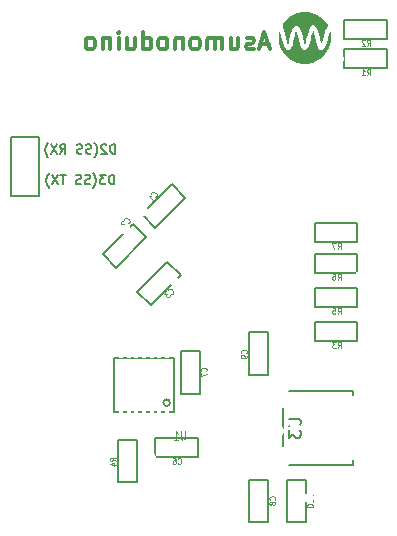
<source format=gbo>
G04 (created by PCBNEW (2013-07-07 BZR 4022)-stable) date 2015/10/29 19:57:24*
%MOIN*%
G04 Gerber Fmt 3.4, Leading zero omitted, Abs format*
%FSLAX34Y34*%
G01*
G70*
G90*
G04 APERTURE LIST*
%ADD10C,0.00590551*%
%ADD11C,0.00787402*%
%ADD12C,0.011811*%
%ADD13C,0.005*%
%ADD14C,0.0001*%
%ADD15C,0.0045*%
%ADD16C,0.0047*%
%ADD17R,0.11811X0.0629921*%
%ADD18R,0.165X0.19*%
%ADD19R,0.06X0.06*%
%ADD20C,0.06*%
%ADD21R,0.0393701X0.045*%
%ADD22R,0.045X0.0393701*%
%ADD23C,0.177165*%
%ADD24R,0.0165X0.0629921*%
%ADD25C,0.035*%
G04 APERTURE END LIST*
G54D10*
G54D11*
X17559Y-18503D02*
X17559Y-16535D01*
X18503Y-18503D02*
X17559Y-18503D01*
X18503Y-16535D02*
X18503Y-18503D01*
X17559Y-16535D02*
X18503Y-16535D01*
X21014Y-18119D02*
X21014Y-17804D01*
X20939Y-17804D01*
X20894Y-17819D01*
X20864Y-17849D01*
X20849Y-17879D01*
X20834Y-17939D01*
X20834Y-17984D01*
X20849Y-18044D01*
X20864Y-18074D01*
X20894Y-18104D01*
X20939Y-18119D01*
X21014Y-18119D01*
X20729Y-17804D02*
X20534Y-17804D01*
X20639Y-17924D01*
X20594Y-17924D01*
X20564Y-17939D01*
X20549Y-17954D01*
X20534Y-17984D01*
X20534Y-18059D01*
X20549Y-18089D01*
X20564Y-18104D01*
X20594Y-18119D01*
X20684Y-18119D01*
X20714Y-18104D01*
X20729Y-18089D01*
X20309Y-18239D02*
X20324Y-18224D01*
X20354Y-18179D01*
X20369Y-18149D01*
X20384Y-18104D01*
X20399Y-18029D01*
X20399Y-17969D01*
X20384Y-17894D01*
X20369Y-17849D01*
X20354Y-17819D01*
X20324Y-17774D01*
X20309Y-17759D01*
X20204Y-18104D02*
X20159Y-18119D01*
X20084Y-18119D01*
X20054Y-18104D01*
X20039Y-18089D01*
X20024Y-18059D01*
X20024Y-18029D01*
X20039Y-17999D01*
X20054Y-17984D01*
X20084Y-17969D01*
X20144Y-17954D01*
X20174Y-17939D01*
X20189Y-17924D01*
X20204Y-17894D01*
X20204Y-17864D01*
X20189Y-17834D01*
X20174Y-17819D01*
X20144Y-17804D01*
X20069Y-17804D01*
X20024Y-17819D01*
X19904Y-18104D02*
X19859Y-18119D01*
X19784Y-18119D01*
X19754Y-18104D01*
X19739Y-18089D01*
X19724Y-18059D01*
X19724Y-18029D01*
X19739Y-17999D01*
X19754Y-17984D01*
X19784Y-17969D01*
X19844Y-17954D01*
X19874Y-17939D01*
X19889Y-17924D01*
X19904Y-17894D01*
X19904Y-17864D01*
X19889Y-17834D01*
X19874Y-17819D01*
X19844Y-17804D01*
X19769Y-17804D01*
X19724Y-17819D01*
X19394Y-17804D02*
X19214Y-17804D01*
X19304Y-18119D02*
X19304Y-17804D01*
X19139Y-17804D02*
X18929Y-18119D01*
X18929Y-17804D02*
X19139Y-18119D01*
X18839Y-18239D02*
X18824Y-18224D01*
X18794Y-18179D01*
X18779Y-18149D01*
X18764Y-18104D01*
X18749Y-18029D01*
X18749Y-17969D01*
X18764Y-17894D01*
X18779Y-17849D01*
X18794Y-17819D01*
X18824Y-17774D01*
X18839Y-17759D01*
X21051Y-17095D02*
X21051Y-16781D01*
X20976Y-16781D01*
X20931Y-16796D01*
X20901Y-16826D01*
X20886Y-16856D01*
X20871Y-16916D01*
X20871Y-16961D01*
X20886Y-17020D01*
X20901Y-17050D01*
X20931Y-17080D01*
X20976Y-17095D01*
X21051Y-17095D01*
X20751Y-16811D02*
X20736Y-16796D01*
X20706Y-16781D01*
X20631Y-16781D01*
X20601Y-16796D01*
X20586Y-16811D01*
X20571Y-16841D01*
X20571Y-16871D01*
X20586Y-16916D01*
X20766Y-17095D01*
X20571Y-17095D01*
X20346Y-17215D02*
X20361Y-17200D01*
X20391Y-17155D01*
X20406Y-17125D01*
X20421Y-17080D01*
X20436Y-17005D01*
X20436Y-16946D01*
X20421Y-16871D01*
X20406Y-16826D01*
X20391Y-16796D01*
X20361Y-16751D01*
X20346Y-16736D01*
X20241Y-17080D02*
X20196Y-17095D01*
X20121Y-17095D01*
X20091Y-17080D01*
X20076Y-17065D01*
X20061Y-17035D01*
X20061Y-17005D01*
X20076Y-16976D01*
X20091Y-16961D01*
X20121Y-16946D01*
X20181Y-16931D01*
X20211Y-16916D01*
X20226Y-16901D01*
X20241Y-16871D01*
X20241Y-16841D01*
X20226Y-16811D01*
X20211Y-16796D01*
X20181Y-16781D01*
X20106Y-16781D01*
X20061Y-16796D01*
X19941Y-17080D02*
X19896Y-17095D01*
X19821Y-17095D01*
X19791Y-17080D01*
X19776Y-17065D01*
X19761Y-17035D01*
X19761Y-17005D01*
X19776Y-16976D01*
X19791Y-16961D01*
X19821Y-16946D01*
X19881Y-16931D01*
X19911Y-16916D01*
X19926Y-16901D01*
X19941Y-16871D01*
X19941Y-16841D01*
X19926Y-16811D01*
X19911Y-16796D01*
X19881Y-16781D01*
X19806Y-16781D01*
X19761Y-16796D01*
X19206Y-17095D02*
X19311Y-16946D01*
X19386Y-17095D02*
X19386Y-16781D01*
X19266Y-16781D01*
X19236Y-16796D01*
X19221Y-16811D01*
X19206Y-16841D01*
X19206Y-16886D01*
X19221Y-16916D01*
X19236Y-16931D01*
X19266Y-16946D01*
X19386Y-16946D01*
X19101Y-16781D02*
X18892Y-17095D01*
X18892Y-16781D02*
X19101Y-17095D01*
X18802Y-17215D02*
X18787Y-17200D01*
X18757Y-17155D01*
X18742Y-17125D01*
X18727Y-17080D01*
X18712Y-17005D01*
X18712Y-16946D01*
X18727Y-16871D01*
X18742Y-16826D01*
X18757Y-16796D01*
X18787Y-16751D01*
X18802Y-16736D01*
G54D12*
X26161Y-13456D02*
X25880Y-13456D01*
X26217Y-13624D02*
X26020Y-13034D01*
X25823Y-13624D01*
X25655Y-13596D02*
X25598Y-13624D01*
X25486Y-13624D01*
X25430Y-13596D01*
X25402Y-13540D01*
X25402Y-13512D01*
X25430Y-13456D01*
X25486Y-13428D01*
X25570Y-13428D01*
X25627Y-13399D01*
X25655Y-13343D01*
X25655Y-13315D01*
X25627Y-13259D01*
X25570Y-13231D01*
X25486Y-13231D01*
X25430Y-13259D01*
X24895Y-13231D02*
X24895Y-13624D01*
X25149Y-13231D02*
X25149Y-13540D01*
X25120Y-13596D01*
X25064Y-13624D01*
X24980Y-13624D01*
X24924Y-13596D01*
X24895Y-13568D01*
X24614Y-13624D02*
X24614Y-13231D01*
X24614Y-13287D02*
X24586Y-13259D01*
X24530Y-13231D01*
X24446Y-13231D01*
X24389Y-13259D01*
X24361Y-13315D01*
X24361Y-13624D01*
X24361Y-13315D02*
X24333Y-13259D01*
X24277Y-13231D01*
X24192Y-13231D01*
X24136Y-13259D01*
X24108Y-13315D01*
X24108Y-13624D01*
X23742Y-13624D02*
X23799Y-13596D01*
X23827Y-13568D01*
X23855Y-13512D01*
X23855Y-13343D01*
X23827Y-13287D01*
X23799Y-13259D01*
X23742Y-13231D01*
X23658Y-13231D01*
X23602Y-13259D01*
X23574Y-13287D01*
X23546Y-13343D01*
X23546Y-13512D01*
X23574Y-13568D01*
X23602Y-13596D01*
X23658Y-13624D01*
X23742Y-13624D01*
X23293Y-13231D02*
X23293Y-13624D01*
X23293Y-13287D02*
X23264Y-13259D01*
X23208Y-13231D01*
X23124Y-13231D01*
X23068Y-13259D01*
X23039Y-13315D01*
X23039Y-13624D01*
X22674Y-13624D02*
X22730Y-13596D01*
X22758Y-13568D01*
X22786Y-13512D01*
X22786Y-13343D01*
X22758Y-13287D01*
X22730Y-13259D01*
X22674Y-13231D01*
X22589Y-13231D01*
X22533Y-13259D01*
X22505Y-13287D01*
X22477Y-13343D01*
X22477Y-13512D01*
X22505Y-13568D01*
X22533Y-13596D01*
X22589Y-13624D01*
X22674Y-13624D01*
X21971Y-13624D02*
X21971Y-13034D01*
X21971Y-13596D02*
X22027Y-13624D01*
X22140Y-13624D01*
X22196Y-13596D01*
X22224Y-13568D01*
X22252Y-13512D01*
X22252Y-13343D01*
X22224Y-13287D01*
X22196Y-13259D01*
X22140Y-13231D01*
X22027Y-13231D01*
X21971Y-13259D01*
X21437Y-13231D02*
X21437Y-13624D01*
X21690Y-13231D02*
X21690Y-13540D01*
X21661Y-13596D01*
X21605Y-13624D01*
X21521Y-13624D01*
X21465Y-13596D01*
X21437Y-13568D01*
X21155Y-13624D02*
X21155Y-13231D01*
X21155Y-13034D02*
X21183Y-13062D01*
X21155Y-13090D01*
X21127Y-13062D01*
X21155Y-13034D01*
X21155Y-13090D01*
X20874Y-13231D02*
X20874Y-13624D01*
X20874Y-13287D02*
X20846Y-13259D01*
X20790Y-13231D01*
X20705Y-13231D01*
X20649Y-13259D01*
X20621Y-13315D01*
X20621Y-13624D01*
X20255Y-13624D02*
X20312Y-13596D01*
X20340Y-13568D01*
X20368Y-13512D01*
X20368Y-13343D01*
X20340Y-13287D01*
X20312Y-13259D01*
X20255Y-13231D01*
X20171Y-13231D01*
X20115Y-13259D01*
X20087Y-13287D01*
X20059Y-13343D01*
X20059Y-13512D01*
X20087Y-13568D01*
X20115Y-13596D01*
X20171Y-13624D01*
X20255Y-13624D01*
G54D10*
X28976Y-25000D02*
X26850Y-25000D01*
X26653Y-25590D02*
X26653Y-26850D01*
X28976Y-25157D02*
X28976Y-25000D01*
X26850Y-27480D02*
X28976Y-27480D01*
X28976Y-27480D02*
X28976Y-27322D01*
X30098Y-13622D02*
X28681Y-13622D01*
X28681Y-13622D02*
X28681Y-14251D01*
X28681Y-14251D02*
X30098Y-14251D01*
X30098Y-14251D02*
X30098Y-13622D01*
X29114Y-20433D02*
X27696Y-20433D01*
X27696Y-20433D02*
X27696Y-21062D01*
X27696Y-21062D02*
X29114Y-21062D01*
X29114Y-21062D02*
X29114Y-20433D01*
X30098Y-12637D02*
X28681Y-12637D01*
X28681Y-12637D02*
X28681Y-13267D01*
X28681Y-13267D02*
X30098Y-13267D01*
X30098Y-13267D02*
X30098Y-12637D01*
X23799Y-26574D02*
X22381Y-26574D01*
X22381Y-26574D02*
X22381Y-27204D01*
X22381Y-27204D02*
X23799Y-27204D01*
X23799Y-27204D02*
X23799Y-26574D01*
X23228Y-23681D02*
X23228Y-25098D01*
X23228Y-25098D02*
X23858Y-25098D01*
X23858Y-25098D02*
X23858Y-23681D01*
X23858Y-23681D02*
X23228Y-23681D01*
X26771Y-27972D02*
X26771Y-29389D01*
X26771Y-29389D02*
X27401Y-29389D01*
X27401Y-29389D02*
X27401Y-27972D01*
X27401Y-27972D02*
X26771Y-27972D01*
X29114Y-19409D02*
X27696Y-19409D01*
X27696Y-19409D02*
X27696Y-20039D01*
X27696Y-20039D02*
X29114Y-20039D01*
X29114Y-20039D02*
X29114Y-19409D01*
X29114Y-21574D02*
X27696Y-21574D01*
X27696Y-21574D02*
X27696Y-22204D01*
X27696Y-22204D02*
X29114Y-22204D01*
X29114Y-22204D02*
X29114Y-21574D01*
X29114Y-22716D02*
X27696Y-22716D01*
X27696Y-22716D02*
X27696Y-23346D01*
X27696Y-23346D02*
X29114Y-23346D01*
X29114Y-23346D02*
X29114Y-22716D01*
X21771Y-28051D02*
X21771Y-26633D01*
X21771Y-26633D02*
X21141Y-26633D01*
X21141Y-26633D02*
X21141Y-28051D01*
X21141Y-28051D02*
X21771Y-28051D01*
X22784Y-20707D02*
X21781Y-21709D01*
X21781Y-21709D02*
X22227Y-22155D01*
X22227Y-22155D02*
X23229Y-21152D01*
X23229Y-21152D02*
X22784Y-20707D01*
X22373Y-19568D02*
X23375Y-18565D01*
X23375Y-18565D02*
X22930Y-18120D01*
X22930Y-18120D02*
X21927Y-19122D01*
X21927Y-19122D02*
X22373Y-19568D01*
X21642Y-19447D02*
X20640Y-20449D01*
X20640Y-20449D02*
X21085Y-20895D01*
X21085Y-20895D02*
X22087Y-19893D01*
X22087Y-19893D02*
X21642Y-19447D01*
X26141Y-24468D02*
X26141Y-23051D01*
X26141Y-23051D02*
X25511Y-23051D01*
X25511Y-23051D02*
X25511Y-24468D01*
X25511Y-24468D02*
X26141Y-24468D01*
X25511Y-27972D02*
X25511Y-29389D01*
X25511Y-29389D02*
X26141Y-29389D01*
X26141Y-29389D02*
X26141Y-27972D01*
X26141Y-27972D02*
X25511Y-27972D01*
G54D13*
X22869Y-25403D02*
G75*
G03X22869Y-25403I-111J0D01*
G74*
G01*
X21007Y-23903D02*
X23007Y-23903D01*
X23007Y-23903D02*
X23007Y-25703D01*
X23007Y-25703D02*
X21007Y-25703D01*
X21007Y-25703D02*
X21007Y-23903D01*
G54D14*
G36*
X28239Y-13088D02*
X28228Y-13356D01*
X28162Y-13590D01*
X28045Y-13788D01*
X27879Y-13944D01*
X27667Y-14054D01*
X27630Y-14066D01*
X27449Y-14111D01*
X27289Y-14113D01*
X27120Y-14073D01*
X27101Y-14067D01*
X26897Y-13968D01*
X26727Y-13823D01*
X26629Y-13698D01*
X26573Y-13607D01*
X26538Y-13522D01*
X26518Y-13418D01*
X26507Y-13277D01*
X26502Y-13131D01*
X26509Y-13050D01*
X26526Y-13033D01*
X26553Y-13077D01*
X26578Y-13159D01*
X26582Y-13179D01*
X26624Y-13366D01*
X26675Y-13512D01*
X26731Y-13607D01*
X26776Y-13641D01*
X26852Y-13634D01*
X26920Y-13571D01*
X26970Y-13462D01*
X26986Y-13394D01*
X27008Y-13281D01*
X27039Y-13153D01*
X27047Y-13122D01*
X27087Y-12972D01*
X27160Y-13268D01*
X27205Y-13436D01*
X27244Y-13549D01*
X27283Y-13616D01*
X27327Y-13648D01*
X27371Y-13655D01*
X27444Y-13622D01*
X27505Y-13527D01*
X27553Y-13370D01*
X27563Y-13322D01*
X27585Y-13217D01*
X27611Y-13117D01*
X27636Y-13037D01*
X27656Y-12991D01*
X27665Y-12994D01*
X27680Y-13090D01*
X27707Y-13214D01*
X27741Y-13347D01*
X27776Y-13468D01*
X27807Y-13554D01*
X27819Y-13579D01*
X27887Y-13649D01*
X27954Y-13654D01*
X28018Y-13598D01*
X28076Y-13483D01*
X28126Y-13310D01*
X28134Y-13272D01*
X28168Y-13125D01*
X28196Y-13037D01*
X28219Y-13008D01*
X28234Y-13042D01*
X28239Y-13088D01*
X28239Y-13088D01*
X28239Y-13088D01*
G37*
G36*
X28134Y-12833D02*
X28113Y-12893D01*
X28097Y-12912D01*
X28072Y-12961D01*
X28042Y-13056D01*
X28014Y-13171D01*
X27980Y-13323D01*
X27952Y-13410D01*
X27928Y-13433D01*
X27902Y-13392D01*
X27873Y-13290D01*
X27855Y-13212D01*
X27801Y-13017D01*
X27741Y-12887D01*
X27678Y-12824D01*
X27614Y-12826D01*
X27551Y-12894D01*
X27493Y-13028D01*
X27447Y-13198D01*
X27418Y-13318D01*
X27391Y-13408D01*
X27371Y-13453D01*
X27368Y-13455D01*
X27351Y-13425D01*
X27326Y-13345D01*
X27297Y-13230D01*
X27289Y-13193D01*
X27240Y-13013D01*
X27182Y-12892D01*
X27119Y-12831D01*
X27052Y-12833D01*
X26985Y-12897D01*
X26933Y-13000D01*
X26887Y-13153D01*
X26852Y-13330D01*
X26833Y-13410D01*
X26810Y-13453D01*
X26805Y-13455D01*
X26786Y-13425D01*
X26763Y-13345D01*
X26739Y-13234D01*
X26737Y-13227D01*
X26709Y-13095D01*
X26676Y-12978D01*
X26648Y-12906D01*
X26623Y-12850D01*
X26621Y-12804D01*
X26647Y-12751D01*
X26709Y-12675D01*
X26766Y-12611D01*
X26909Y-12498D01*
X27093Y-12423D01*
X27298Y-12387D01*
X27508Y-12393D01*
X27706Y-12443D01*
X27763Y-12469D01*
X27871Y-12536D01*
X27977Y-12622D01*
X28065Y-12712D01*
X28122Y-12792D01*
X28134Y-12833D01*
X28134Y-12833D01*
X28134Y-12833D01*
G37*
G54D10*
X26837Y-25944D02*
X27156Y-25944D01*
X27193Y-25962D01*
X27212Y-25981D01*
X27231Y-26019D01*
X27231Y-26094D01*
X27212Y-26131D01*
X27193Y-26150D01*
X27156Y-26169D01*
X26837Y-26169D01*
X26837Y-26319D02*
X26837Y-26562D01*
X26987Y-26431D01*
X26987Y-26487D01*
X27006Y-26525D01*
X27025Y-26544D01*
X27062Y-26562D01*
X27156Y-26562D01*
X27193Y-26544D01*
X27212Y-26525D01*
X27231Y-26487D01*
X27231Y-26375D01*
X27212Y-26337D01*
X27193Y-26319D01*
G54D15*
X29439Y-14490D02*
X29499Y-14395D01*
X29542Y-14490D02*
X29542Y-14290D01*
X29473Y-14290D01*
X29456Y-14299D01*
X29448Y-14309D01*
X29439Y-14328D01*
X29439Y-14357D01*
X29448Y-14376D01*
X29456Y-14385D01*
X29473Y-14395D01*
X29542Y-14395D01*
X29268Y-14490D02*
X29370Y-14490D01*
X29319Y-14490D02*
X29319Y-14290D01*
X29336Y-14318D01*
X29353Y-14338D01*
X29370Y-14347D01*
X28455Y-21301D02*
X28515Y-21206D01*
X28558Y-21301D02*
X28558Y-21101D01*
X28489Y-21101D01*
X28472Y-21110D01*
X28463Y-21120D01*
X28455Y-21139D01*
X28455Y-21168D01*
X28463Y-21187D01*
X28472Y-21196D01*
X28489Y-21206D01*
X28558Y-21206D01*
X28300Y-21101D02*
X28335Y-21101D01*
X28352Y-21110D01*
X28360Y-21120D01*
X28378Y-21149D01*
X28386Y-21187D01*
X28386Y-21263D01*
X28378Y-21282D01*
X28369Y-21291D01*
X28352Y-21301D01*
X28318Y-21301D01*
X28300Y-21291D01*
X28292Y-21282D01*
X28283Y-21263D01*
X28283Y-21215D01*
X28292Y-21196D01*
X28300Y-21187D01*
X28318Y-21177D01*
X28352Y-21177D01*
X28369Y-21187D01*
X28378Y-21196D01*
X28386Y-21215D01*
X29439Y-13506D02*
X29499Y-13410D01*
X29542Y-13506D02*
X29542Y-13306D01*
X29473Y-13306D01*
X29456Y-13315D01*
X29448Y-13325D01*
X29439Y-13344D01*
X29439Y-13372D01*
X29448Y-13391D01*
X29456Y-13401D01*
X29473Y-13410D01*
X29542Y-13410D01*
X29370Y-13325D02*
X29362Y-13315D01*
X29345Y-13306D01*
X29302Y-13306D01*
X29285Y-13315D01*
X29276Y-13325D01*
X29268Y-13344D01*
X29268Y-13363D01*
X29276Y-13391D01*
X29379Y-13506D01*
X29268Y-13506D01*
X23140Y-27424D02*
X23148Y-27433D01*
X23174Y-27443D01*
X23191Y-27443D01*
X23217Y-27433D01*
X23234Y-27414D01*
X23243Y-27395D01*
X23251Y-27357D01*
X23251Y-27328D01*
X23243Y-27290D01*
X23234Y-27271D01*
X23217Y-27252D01*
X23191Y-27243D01*
X23174Y-27243D01*
X23148Y-27252D01*
X23140Y-27262D01*
X22985Y-27243D02*
X23020Y-27243D01*
X23037Y-27252D01*
X23045Y-27262D01*
X23063Y-27290D01*
X23071Y-27328D01*
X23071Y-27405D01*
X23063Y-27424D01*
X23054Y-27433D01*
X23037Y-27443D01*
X23003Y-27443D01*
X22985Y-27433D01*
X22977Y-27424D01*
X22968Y-27405D01*
X22968Y-27357D01*
X22977Y-27338D01*
X22985Y-27328D01*
X23003Y-27319D01*
X23037Y-27319D01*
X23054Y-27328D01*
X23063Y-27338D01*
X23071Y-27357D01*
X24077Y-24340D02*
X24087Y-24331D01*
X24096Y-24305D01*
X24096Y-24288D01*
X24087Y-24262D01*
X24068Y-24245D01*
X24049Y-24237D01*
X24010Y-24228D01*
X23982Y-24228D01*
X23944Y-24237D01*
X23925Y-24245D01*
X23906Y-24262D01*
X23896Y-24288D01*
X23896Y-24305D01*
X23906Y-24331D01*
X23915Y-24340D01*
X23896Y-24400D02*
X23896Y-24520D01*
X24096Y-24442D01*
X27620Y-28545D02*
X27630Y-28537D01*
X27640Y-28511D01*
X27640Y-28494D01*
X27630Y-28468D01*
X27611Y-28451D01*
X27592Y-28442D01*
X27554Y-28434D01*
X27525Y-28434D01*
X27487Y-28442D01*
X27468Y-28451D01*
X27449Y-28468D01*
X27440Y-28494D01*
X27440Y-28511D01*
X27449Y-28537D01*
X27459Y-28545D01*
X27640Y-28717D02*
X27640Y-28614D01*
X27640Y-28665D02*
X27440Y-28665D01*
X27468Y-28648D01*
X27487Y-28631D01*
X27497Y-28614D01*
X27440Y-28828D02*
X27440Y-28845D01*
X27449Y-28862D01*
X27459Y-28871D01*
X27478Y-28879D01*
X27516Y-28888D01*
X27563Y-28888D01*
X27601Y-28879D01*
X27620Y-28871D01*
X27630Y-28862D01*
X27640Y-28845D01*
X27640Y-28828D01*
X27630Y-28811D01*
X27620Y-28802D01*
X27601Y-28794D01*
X27563Y-28785D01*
X27516Y-28785D01*
X27478Y-28794D01*
X27459Y-28802D01*
X27449Y-28811D01*
X27440Y-28828D01*
X28455Y-20277D02*
X28515Y-20182D01*
X28558Y-20277D02*
X28558Y-20077D01*
X28489Y-20077D01*
X28472Y-20087D01*
X28463Y-20096D01*
X28455Y-20115D01*
X28455Y-20144D01*
X28463Y-20163D01*
X28472Y-20173D01*
X28489Y-20182D01*
X28558Y-20182D01*
X28395Y-20077D02*
X28275Y-20077D01*
X28352Y-20277D01*
X28455Y-22443D02*
X28515Y-22347D01*
X28558Y-22443D02*
X28558Y-22243D01*
X28489Y-22243D01*
X28472Y-22252D01*
X28463Y-22262D01*
X28455Y-22281D01*
X28455Y-22309D01*
X28463Y-22328D01*
X28472Y-22338D01*
X28489Y-22347D01*
X28558Y-22347D01*
X28292Y-22243D02*
X28378Y-22243D01*
X28386Y-22338D01*
X28378Y-22328D01*
X28360Y-22319D01*
X28318Y-22319D01*
X28300Y-22328D01*
X28292Y-22338D01*
X28283Y-22357D01*
X28283Y-22405D01*
X28292Y-22424D01*
X28300Y-22433D01*
X28318Y-22443D01*
X28360Y-22443D01*
X28378Y-22433D01*
X28386Y-22424D01*
X28455Y-23584D02*
X28515Y-23489D01*
X28558Y-23584D02*
X28558Y-23384D01*
X28489Y-23384D01*
X28472Y-23394D01*
X28463Y-23403D01*
X28455Y-23422D01*
X28455Y-23451D01*
X28463Y-23470D01*
X28472Y-23480D01*
X28489Y-23489D01*
X28558Y-23489D01*
X28395Y-23384D02*
X28283Y-23384D01*
X28343Y-23461D01*
X28318Y-23461D01*
X28300Y-23470D01*
X28292Y-23480D01*
X28283Y-23499D01*
X28283Y-23546D01*
X28292Y-23565D01*
X28300Y-23575D01*
X28318Y-23584D01*
X28369Y-23584D01*
X28386Y-23575D01*
X28395Y-23565D01*
X21065Y-27332D02*
X20969Y-27272D01*
X21065Y-27229D02*
X20865Y-27229D01*
X20865Y-27297D01*
X20874Y-27315D01*
X20884Y-27323D01*
X20903Y-27332D01*
X20931Y-27332D01*
X20950Y-27323D01*
X20960Y-27315D01*
X20969Y-27297D01*
X20969Y-27229D01*
X20931Y-27486D02*
X21065Y-27486D01*
X20855Y-27443D02*
X20998Y-27400D01*
X20998Y-27512D01*
X22918Y-21773D02*
X22931Y-21774D01*
X22956Y-21763D01*
X22968Y-21751D01*
X22980Y-21726D01*
X22978Y-21700D01*
X22971Y-21681D01*
X22950Y-21648D01*
X22930Y-21627D01*
X22897Y-21606D01*
X22877Y-21599D01*
X22852Y-21598D01*
X22827Y-21609D01*
X22815Y-21621D01*
X22803Y-21646D01*
X22804Y-21659D01*
X22748Y-21688D02*
X22669Y-21767D01*
X22765Y-21778D01*
X22747Y-21796D01*
X22742Y-21815D01*
X22742Y-21828D01*
X22750Y-21848D01*
X22784Y-21881D01*
X22803Y-21889D01*
X22816Y-21889D01*
X22835Y-21884D01*
X22871Y-21848D01*
X22876Y-21829D01*
X22876Y-21816D01*
X22368Y-18546D02*
X22381Y-18547D01*
X22406Y-18535D01*
X22418Y-18523D01*
X22429Y-18498D01*
X22428Y-18473D01*
X22421Y-18453D01*
X22400Y-18420D01*
X22380Y-18400D01*
X22347Y-18379D01*
X22327Y-18372D01*
X22302Y-18370D01*
X22277Y-18382D01*
X22265Y-18394D01*
X22253Y-18419D01*
X22254Y-18432D01*
X22260Y-18681D02*
X22333Y-18608D01*
X22297Y-18645D02*
X22155Y-18503D01*
X22188Y-18511D01*
X22213Y-18513D01*
X22232Y-18507D01*
X21467Y-19410D02*
X21480Y-19411D01*
X21505Y-19399D01*
X21517Y-19387D01*
X21529Y-19362D01*
X21527Y-19337D01*
X21520Y-19317D01*
X21499Y-19284D01*
X21479Y-19264D01*
X21446Y-19243D01*
X21426Y-19236D01*
X21401Y-19234D01*
X21376Y-19246D01*
X21364Y-19258D01*
X21352Y-19283D01*
X21353Y-19296D01*
X21305Y-19344D02*
X21292Y-19343D01*
X21273Y-19349D01*
X21243Y-19379D01*
X21237Y-19398D01*
X21238Y-19411D01*
X21245Y-19430D01*
X21259Y-19444D01*
X21285Y-19458D01*
X21439Y-19466D01*
X21360Y-19545D01*
X25416Y-23749D02*
X25425Y-23740D01*
X25435Y-23715D01*
X25435Y-23698D01*
X25425Y-23672D01*
X25406Y-23655D01*
X25387Y-23646D01*
X25349Y-23638D01*
X25320Y-23638D01*
X25282Y-23646D01*
X25263Y-23655D01*
X25244Y-23672D01*
X25235Y-23698D01*
X25235Y-23715D01*
X25244Y-23740D01*
X25254Y-23749D01*
X25435Y-23835D02*
X25435Y-23869D01*
X25425Y-23886D01*
X25416Y-23895D01*
X25387Y-23912D01*
X25349Y-23920D01*
X25273Y-23920D01*
X25254Y-23912D01*
X25244Y-23903D01*
X25235Y-23886D01*
X25235Y-23852D01*
X25244Y-23835D01*
X25254Y-23826D01*
X25273Y-23818D01*
X25320Y-23818D01*
X25340Y-23826D01*
X25349Y-23835D01*
X25359Y-23852D01*
X25359Y-23886D01*
X25349Y-23903D01*
X25340Y-23912D01*
X25320Y-23920D01*
X26361Y-28631D02*
X26370Y-28622D01*
X26380Y-28597D01*
X26380Y-28579D01*
X26370Y-28554D01*
X26351Y-28537D01*
X26332Y-28528D01*
X26294Y-28519D01*
X26265Y-28519D01*
X26227Y-28528D01*
X26208Y-28537D01*
X26189Y-28554D01*
X26180Y-28579D01*
X26180Y-28597D01*
X26189Y-28622D01*
X26199Y-28631D01*
X26265Y-28734D02*
X26256Y-28717D01*
X26246Y-28708D01*
X26227Y-28699D01*
X26218Y-28699D01*
X26199Y-28708D01*
X26189Y-28717D01*
X26180Y-28734D01*
X26180Y-28768D01*
X26189Y-28785D01*
X26199Y-28794D01*
X26218Y-28802D01*
X26227Y-28802D01*
X26246Y-28794D01*
X26256Y-28785D01*
X26265Y-28768D01*
X26265Y-28734D01*
X26275Y-28717D01*
X26284Y-28708D01*
X26303Y-28699D01*
X26342Y-28699D01*
X26361Y-28708D01*
X26370Y-28717D01*
X26380Y-28734D01*
X26380Y-28768D01*
X26370Y-28785D01*
X26361Y-28794D01*
X26342Y-28802D01*
X26303Y-28802D01*
X26284Y-28794D01*
X26275Y-28785D01*
X26265Y-28768D01*
G54D16*
X23374Y-26354D02*
X23374Y-26577D01*
X23363Y-26603D01*
X23351Y-26617D01*
X23329Y-26630D01*
X23284Y-26630D01*
X23261Y-26617D01*
X23250Y-26603D01*
X23239Y-26577D01*
X23239Y-26354D01*
X23003Y-26630D02*
X23138Y-26630D01*
X23070Y-26630D02*
X23070Y-26354D01*
X23093Y-26393D01*
X23115Y-26419D01*
X23138Y-26433D01*
%LPC*%
G54D17*
X26125Y-27277D03*
X26125Y-25162D03*
G54D18*
X28541Y-26220D03*
G54D19*
X31000Y-27000D03*
G54D20*
X31000Y-26000D03*
X31000Y-25000D03*
X31000Y-24000D03*
X31000Y-23000D03*
X31000Y-22000D03*
X31000Y-21000D03*
X31000Y-20000D03*
X31000Y-19000D03*
X31000Y-18000D03*
X31000Y-17000D03*
X31000Y-16000D03*
X31000Y-15000D03*
X31000Y-14000D03*
X31000Y-13000D03*
G54D19*
X18000Y-13000D03*
G54D20*
X18000Y-14000D03*
X18000Y-15000D03*
X18000Y-16000D03*
X18000Y-17000D03*
X18000Y-18000D03*
X18000Y-19000D03*
X18000Y-20000D03*
X18000Y-21000D03*
X18000Y-22000D03*
X18000Y-23000D03*
X18000Y-24000D03*
X18000Y-25000D03*
X18000Y-26000D03*
X18000Y-27000D03*
G54D21*
X29803Y-13937D03*
X28976Y-13937D03*
X28818Y-20748D03*
X27992Y-20748D03*
X29803Y-12952D03*
X28976Y-12952D03*
X23503Y-26889D03*
X22677Y-26889D03*
G54D22*
X23543Y-23976D03*
X23543Y-24803D03*
X27086Y-28267D03*
X27086Y-29094D03*
G54D21*
X28818Y-19724D03*
X27992Y-19724D03*
X28818Y-21889D03*
X27992Y-21889D03*
X28818Y-23031D03*
X27992Y-23031D03*
G54D22*
X21456Y-27755D03*
X21456Y-26929D03*
G54D10*
G36*
X22778Y-20840D02*
X23096Y-21158D01*
X22817Y-21437D01*
X22499Y-21119D01*
X22778Y-20840D01*
X22778Y-20840D01*
G37*
G36*
X22193Y-21425D02*
X22511Y-21743D01*
X22233Y-22021D01*
X21915Y-21703D01*
X22193Y-21425D01*
X22193Y-21425D01*
G37*
G36*
X22379Y-19434D02*
X22061Y-19116D01*
X22339Y-18838D01*
X22657Y-19156D01*
X22379Y-19434D01*
X22379Y-19434D01*
G37*
G36*
X22963Y-18850D02*
X22645Y-18532D01*
X22924Y-18253D01*
X23242Y-18571D01*
X22963Y-18850D01*
X22963Y-18850D01*
G37*
G36*
X21636Y-19580D02*
X21954Y-19898D01*
X21676Y-20177D01*
X21358Y-19859D01*
X21636Y-19580D01*
X21636Y-19580D01*
G37*
G36*
X21051Y-20165D02*
X21370Y-20483D01*
X21091Y-20762D01*
X20773Y-20443D01*
X21051Y-20165D01*
X21051Y-20165D01*
G37*
G54D22*
X25826Y-24173D03*
X25826Y-23346D03*
X25826Y-28267D03*
X25826Y-29094D03*
G54D23*
X30314Y-29921D03*
X18897Y-29921D03*
G54D24*
X22007Y-25944D03*
X21751Y-25944D03*
X21495Y-25944D03*
X21239Y-25944D03*
X21239Y-23622D03*
X22775Y-25944D03*
X22519Y-25944D03*
X22263Y-25944D03*
X21495Y-23622D03*
X21751Y-23622D03*
X22007Y-23622D03*
X22263Y-23622D03*
X22519Y-23622D03*
X22775Y-23622D03*
G54D25*
X23976Y-28818D03*
X25275Y-28976D03*
X22480Y-28818D03*
X30511Y-23543D03*
X29409Y-23425D03*
X30039Y-27992D03*
X27519Y-28582D03*
X24763Y-24527D03*
X24763Y-25551D03*
X25078Y-26456D03*
X26535Y-28228D03*
X23543Y-27559D03*
X22952Y-22440D03*
X22165Y-22913D03*
X23070Y-21417D03*
X23543Y-23188D03*
X23858Y-20039D03*
X22637Y-19881D03*
X27716Y-15433D03*
X30354Y-15669D03*
X24645Y-16968D03*
X25708Y-16299D03*
X21417Y-19645D03*
X21968Y-19015D03*
X29330Y-18858D03*
X24370Y-22401D03*
X29921Y-17559D03*
X24842Y-21771D03*
X22322Y-24566D03*
X21732Y-24566D03*
X19763Y-13464D03*
X19763Y-16181D03*
X24685Y-27637D03*
X28937Y-29133D03*
X24409Y-26102D03*
X29921Y-25472D03*
X29409Y-14685D03*
X29409Y-16456D03*
X19173Y-24370D03*
X24881Y-28661D03*
X23425Y-28228D03*
X31417Y-31062D03*
X30708Y-31062D03*
X29803Y-31062D03*
X17952Y-30984D03*
X19133Y-30984D03*
X31338Y-12322D03*
X29921Y-12283D03*
X28622Y-12283D03*
X26496Y-12283D03*
X25196Y-12244D03*
X23385Y-12165D03*
X23385Y-13897D03*
X18149Y-12244D03*
X20590Y-12244D03*
X22086Y-12244D03*
X28976Y-31062D03*
X27795Y-31023D03*
X26614Y-31023D03*
X25433Y-30984D03*
X24370Y-30984D03*
X23307Y-30984D03*
X22204Y-30984D03*
X21220Y-30984D03*
X20314Y-30984D03*
X20078Y-27047D03*
X28976Y-24370D03*
X29212Y-21181D03*
X26496Y-26338D03*
X25826Y-26338D03*
X24606Y-26811D03*
X25984Y-15118D03*
X20866Y-15669D03*
X29094Y-27874D03*
X27519Y-16496D03*
X25826Y-17677D03*
X19921Y-19763D03*
X23425Y-25511D03*
X22244Y-27244D03*
X24685Y-23779D03*
X24330Y-24842D03*
X22086Y-20944D03*
X23346Y-18976D03*
X22047Y-26811D03*
X22755Y-22913D03*
X27007Y-19212D03*
X28503Y-13937D03*
X28464Y-12992D03*
X26692Y-24448D03*
X27125Y-21417D03*
X26141Y-25984D03*
X27125Y-21929D03*
X27047Y-26220D03*
X27125Y-22637D03*
X20551Y-18582D03*
X23700Y-15944D03*
X22913Y-15944D03*
X19881Y-19094D03*
X26535Y-23976D03*
X27125Y-20787D03*
M02*

</source>
